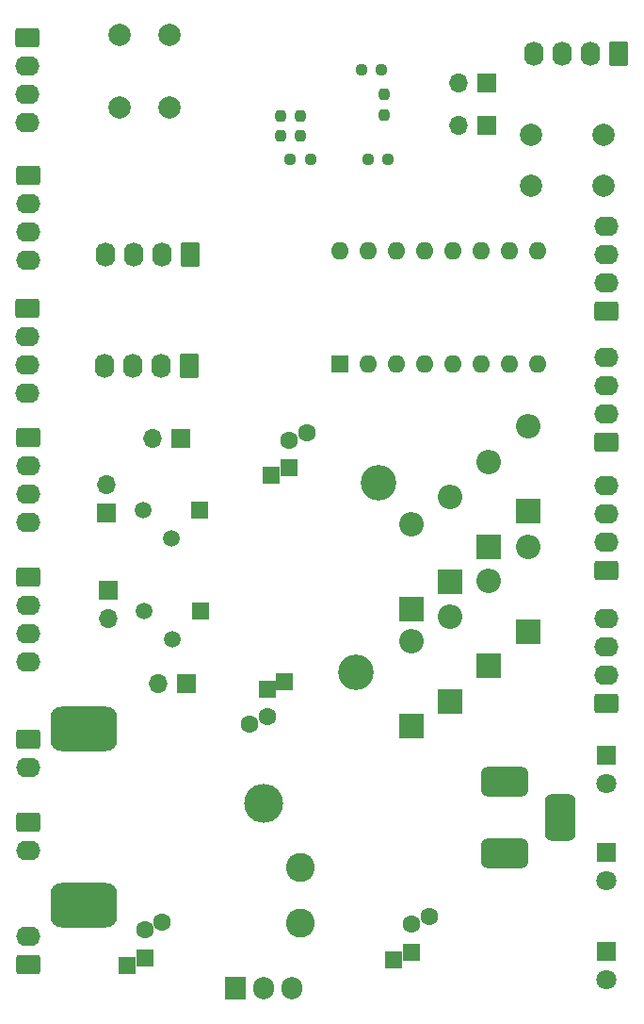
<source format=gbs>
G04 #@! TF.GenerationSoftware,KiCad,Pcbnew,8.0.0*
G04 #@! TF.CreationDate,2024-03-12T14:16:29+01:00*
G04 #@! TF.ProjectId,Samochodzik,53616d6f-6368-46f6-947a-696b2e6b6963,rev?*
G04 #@! TF.SameCoordinates,Original*
G04 #@! TF.FileFunction,Soldermask,Bot*
G04 #@! TF.FilePolarity,Negative*
%FSLAX46Y46*%
G04 Gerber Fmt 4.6, Leading zero omitted, Abs format (unit mm)*
G04 Created by KiCad (PCBNEW 8.0.0) date 2024-03-12 14:16:29*
%MOMM*%
%LPD*%
G01*
G04 APERTURE LIST*
G04 Aperture macros list*
%AMRoundRect*
0 Rectangle with rounded corners*
0 $1 Rounding radius*
0 $2 $3 $4 $5 $6 $7 $8 $9 X,Y pos of 4 corners*
0 Add a 4 corners polygon primitive as box body*
4,1,4,$2,$3,$4,$5,$6,$7,$8,$9,$2,$3,0*
0 Add four circle primitives for the rounded corners*
1,1,$1+$1,$2,$3*
1,1,$1+$1,$4,$5*
1,1,$1+$1,$6,$7*
1,1,$1+$1,$8,$9*
0 Add four rect primitives between the rounded corners*
20,1,$1+$1,$2,$3,$4,$5,0*
20,1,$1+$1,$4,$5,$6,$7,0*
20,1,$1+$1,$6,$7,$8,$9,0*
20,1,$1+$1,$8,$9,$2,$3,0*%
G04 Aperture macros list end*
%ADD10RoundRect,0.250000X0.845000X-0.620000X0.845000X0.620000X-0.845000X0.620000X-0.845000X-0.620000X0*%
%ADD11O,2.190000X1.740000*%
%ADD12R,1.700000X1.700000*%
%ADD13O,1.700000X1.700000*%
%ADD14R,1.600000X1.600000*%
%ADD15C,1.600000*%
%ADD16RoundRect,0.250000X-0.845000X0.620000X-0.845000X-0.620000X0.845000X-0.620000X0.845000X0.620000X0*%
%ADD17R,1.500000X1.500000*%
%ADD18C,1.500000*%
%ADD19R,2.200000X2.200000*%
%ADD20O,2.200000X2.200000*%
%ADD21O,3.500000X3.500000*%
%ADD22R,1.905000X2.000000*%
%ADD23O,1.905000X2.000000*%
%ADD24R,1.800000X1.800000*%
%ADD25C,1.800000*%
%ADD26RoundRect,0.250000X0.620000X0.845000X-0.620000X0.845000X-0.620000X-0.845000X0.620000X-0.845000X0*%
%ADD27O,1.740000X2.190000*%
%ADD28C,2.000000*%
%ADD29C,3.200000*%
%ADD30O,1.600000X1.600000*%
%ADD31C,2.600000*%
%ADD32RoundRect,0.237500X-0.237500X0.250000X-0.237500X-0.250000X0.237500X-0.250000X0.237500X0.250000X0*%
%ADD33RoundRect,0.237500X-0.250000X-0.237500X0.250000X-0.237500X0.250000X0.237500X-0.250000X0.237500X0*%
%ADD34RoundRect,0.687500X1.437500X0.687500X-1.437500X0.687500X-1.437500X-0.687500X1.437500X-0.687500X0*%
%ADD35RoundRect,0.687500X-0.687500X1.437500X-0.687500X-1.437500X0.687500X-1.437500X0.687500X1.437500X0*%
%ADD36RoundRect,1.000000X2.000000X1.000000X-2.000000X1.000000X-2.000000X-1.000000X2.000000X-1.000000X0*%
%ADD37RoundRect,0.237500X0.250000X0.237500X-0.250000X0.237500X-0.250000X-0.237500X0.250000X-0.237500X0*%
G04 APERTURE END LIST*
D10*
G04 #@! TO.C,J20*
X243020000Y-86310000D03*
D11*
X243020000Y-83770000D03*
X243020000Y-81230000D03*
X243020000Y-78690000D03*
G04 #@! TD*
D10*
G04 #@! TO.C,J1*
X243020000Y-109810000D03*
D11*
X243020000Y-107270000D03*
X243020000Y-104730000D03*
X243020000Y-102190000D03*
G04 #@! TD*
D12*
G04 #@! TO.C,J11*
X232275000Y-54062500D03*
D13*
X229735000Y-54062500D03*
G04 #@! TD*
D14*
G04 #@! TO.C,C2*
X223900000Y-132788614D03*
X225500000Y-132117677D03*
D15*
X225500000Y-129617677D03*
X227100000Y-128946740D03*
G04 #@! TD*
D16*
G04 #@! TO.C,J4*
X191000000Y-112960000D03*
D11*
X191000000Y-115500000D03*
G04 #@! TD*
D16*
G04 #@! TO.C,J19*
X191000000Y-85920000D03*
D11*
X191000000Y-88460000D03*
X191000000Y-91000000D03*
X191000000Y-93540000D03*
G04 #@! TD*
D12*
G04 #@! TO.C,J15*
X204775000Y-86000000D03*
D13*
X202235000Y-86000000D03*
G04 #@! TD*
D17*
G04 #@! TO.C,Q1*
X206543635Y-101499693D03*
D18*
X204003635Y-104039693D03*
X201463635Y-101499693D03*
G04 #@! TD*
D19*
G04 #@! TO.C,D1*
X225500000Y-101310000D03*
D20*
X225500000Y-93690000D03*
G04 #@! TD*
D21*
G04 #@! TO.C,U7*
X212228589Y-118708785D03*
D22*
X209688589Y-135368785D03*
D23*
X212228589Y-135368785D03*
X214768589Y-135368785D03*
G04 #@! TD*
D12*
G04 #@! TO.C,J7*
X232275000Y-57912500D03*
D13*
X229735000Y-57912500D03*
G04 #@! TD*
D14*
G04 #@! TO.C,C17*
X212900000Y-89288614D03*
X214500000Y-88617677D03*
D15*
X214500000Y-86117677D03*
X216100000Y-85446740D03*
G04 #@! TD*
D24*
G04 #@! TO.C,D11*
X243000000Y-114460000D03*
D25*
X243000000Y-117000000D03*
G04 #@! TD*
D12*
G04 #@! TO.C,J13*
X205275000Y-108000000D03*
D13*
X202735000Y-108000000D03*
G04 #@! TD*
D19*
G04 #@! TO.C,D8*
X232400000Y-106381827D03*
D20*
X232400000Y-98761827D03*
G04 #@! TD*
D19*
G04 #@! TO.C,D3*
X236000000Y-92535000D03*
D20*
X236000000Y-84915000D03*
G04 #@! TD*
D24*
G04 #@! TO.C,D10*
X243000000Y-123185000D03*
D25*
X243000000Y-125725000D03*
G04 #@! TD*
D10*
G04 #@! TO.C,J2*
X243020000Y-97810000D03*
D11*
X243020000Y-95270000D03*
X243020000Y-92730000D03*
X243020000Y-90190000D03*
G04 #@! TD*
D17*
G04 #@! TO.C,Q2*
X206486965Y-92397963D03*
D18*
X203946965Y-94937963D03*
X201406965Y-92397963D03*
G04 #@! TD*
D24*
G04 #@! TO.C,D9*
X243013249Y-132037500D03*
D25*
X243013249Y-134577500D03*
G04 #@! TD*
D26*
G04 #@! TO.C,J5*
X205580000Y-69500000D03*
D27*
X203040000Y-69500000D03*
X200500000Y-69500000D03*
X197960000Y-69500000D03*
G04 #@! TD*
D14*
G04 #@! TO.C,C4*
X199900000Y-133288614D03*
X201500000Y-132617677D03*
D15*
X201500000Y-130117677D03*
X203100000Y-129446740D03*
G04 #@! TD*
D16*
G04 #@! TO.C,J21*
X191000000Y-98460000D03*
D11*
X191000000Y-101000000D03*
X191000000Y-103540000D03*
X191000000Y-106080000D03*
G04 #@! TD*
D19*
G04 #@! TO.C,D6*
X229000000Y-109620000D03*
D20*
X229000000Y-102000000D03*
G04 #@! TD*
D16*
G04 #@! TO.C,J12*
X190980000Y-49960000D03*
D11*
X190980000Y-52500000D03*
X190980000Y-55040000D03*
X190980000Y-57580000D03*
G04 #@! TD*
D28*
G04 #@! TO.C,SW2*
X236250000Y-58750000D03*
X242750000Y-58750000D03*
X236250000Y-63250000D03*
X242750000Y-63250000D03*
G04 #@! TD*
D16*
G04 #@! TO.C,J16*
X190970395Y-74290910D03*
D11*
X190970395Y-76830910D03*
X190970395Y-79370910D03*
X190970395Y-81910910D03*
G04 #@! TD*
D26*
G04 #@! TO.C,J8*
X244162160Y-51480000D03*
D27*
X241622160Y-51480000D03*
X239082160Y-51480000D03*
X236542160Y-51480000D03*
G04 #@! TD*
D29*
G04 #@! TO.C,H1*
X220500000Y-107000000D03*
G04 #@! TD*
D16*
G04 #@! TO.C,J3*
X191000000Y-120460000D03*
D11*
X191000000Y-123000000D03*
G04 #@! TD*
D29*
G04 #@! TO.C,H2*
X222500000Y-90000000D03*
G04 #@! TD*
D28*
G04 #@! TO.C,SW1*
X199250000Y-56250000D03*
X199250000Y-49750000D03*
X203750000Y-56250000D03*
X203750000Y-49750000D03*
G04 #@! TD*
D19*
G04 #@! TO.C,D4*
X232449935Y-95726735D03*
D20*
X232449935Y-88106735D03*
G04 #@! TD*
D14*
G04 #@! TO.C,U2*
X219025000Y-79325000D03*
D30*
X221565000Y-79325000D03*
X224105000Y-79325000D03*
X226645000Y-79325000D03*
X229185000Y-79325000D03*
X231725000Y-79325000D03*
X234265000Y-79325000D03*
X236805000Y-79325000D03*
X236805000Y-69165000D03*
X234265000Y-69165000D03*
X231725000Y-69165000D03*
X229185000Y-69165000D03*
X226645000Y-69165000D03*
X224105000Y-69165000D03*
X221565000Y-69165000D03*
X219025000Y-69165000D03*
G04 #@! TD*
D19*
G04 #@! TO.C,D5*
X225500000Y-111810000D03*
D20*
X225500000Y-104190000D03*
G04 #@! TD*
D12*
G04 #@! TO.C,J18*
X198093709Y-92675000D03*
D13*
X198093709Y-90135000D03*
G04 #@! TD*
D12*
G04 #@! TO.C,J17*
X198260579Y-99586636D03*
D13*
X198260579Y-102126636D03*
G04 #@! TD*
D16*
G04 #@! TO.C,J6*
X191000000Y-62380000D03*
D11*
X191000000Y-64920000D03*
X191000000Y-67460000D03*
X191000000Y-70000000D03*
G04 #@! TD*
D31*
G04 #@! TO.C,L2*
X215500000Y-124500000D03*
X215500000Y-129500000D03*
G04 #@! TD*
D10*
G04 #@! TO.C,J9*
X243040000Y-74540000D03*
D11*
X243040000Y-72000000D03*
X243040000Y-69460000D03*
X243040000Y-66920000D03*
G04 #@! TD*
D10*
G04 #@! TO.C,J14*
X191020000Y-133250000D03*
D11*
X191020000Y-130710000D03*
G04 #@! TD*
D19*
G04 #@! TO.C,D2*
X229000000Y-98810000D03*
D20*
X229000000Y-91190000D03*
G04 #@! TD*
D26*
G04 #@! TO.C,J10*
X205500000Y-79500000D03*
D27*
X202960000Y-79500000D03*
X200420000Y-79500000D03*
X197880000Y-79500000D03*
G04 #@! TD*
D14*
G04 #@! TO.C,C18*
X214100000Y-107829063D03*
X212500000Y-108500000D03*
D15*
X212500000Y-111000000D03*
X210900000Y-111670937D03*
G04 #@! TD*
D19*
G04 #@! TO.C,D7*
X236000000Y-103345000D03*
D20*
X236000000Y-95725000D03*
G04 #@! TD*
D32*
G04 #@! TO.C,R6*
X213724336Y-56999716D03*
X213724336Y-58824716D03*
G04 #@! TD*
G04 #@! TO.C,R4*
X223000000Y-55087500D03*
X223000000Y-56912500D03*
G04 #@! TD*
D33*
G04 #@! TO.C,R7*
X214587500Y-60912500D03*
X216412500Y-60912500D03*
G04 #@! TD*
D34*
G04 #@! TO.C,U3*
X233900000Y-123200000D03*
X233900000Y-116800000D03*
D35*
X238900000Y-120000000D03*
D36*
X196000000Y-127900000D03*
X196000000Y-112100000D03*
G04 #@! TD*
D32*
G04 #@! TO.C,R8*
X215500000Y-57000000D03*
X215500000Y-58825000D03*
G04 #@! TD*
D37*
G04 #@! TO.C,R5*
X222825000Y-52912500D03*
X221000000Y-52912500D03*
G04 #@! TD*
G04 #@! TO.C,R9*
X223412500Y-60912500D03*
X221587500Y-60912500D03*
G04 #@! TD*
M02*

</source>
